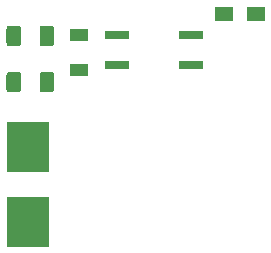
<source format=gbr>
G04 #@! TF.GenerationSoftware,KiCad,Pcbnew,(5.1.6)-1*
G04 #@! TF.CreationDate,2020-07-29T22:01:18+02:00*
G04 #@! TF.ProjectId,loftrelayRound,6c6f6674-7265-46c6-9179-526f756e642e,rev?*
G04 #@! TF.SameCoordinates,Original*
G04 #@! TF.FileFunction,Paste,Bot*
G04 #@! TF.FilePolarity,Positive*
%FSLAX46Y46*%
G04 Gerber Fmt 4.6, Leading zero omitted, Abs format (unit mm)*
G04 Created by KiCad (PCBNEW (5.1.6)-1) date 2020-07-29 22:01:18*
%MOMM*%
%LPD*%
G01*
G04 APERTURE LIST*
%ADD10R,1.500000X1.300000*%
%ADD11R,1.600000X1.000000*%
%ADD12R,2.000000X0.640000*%
%ADD13R,3.556000X4.191000*%
G04 APERTURE END LIST*
G36*
G01*
X129225000Y-100575000D02*
X129225000Y-101825000D01*
G75*
G02*
X128975000Y-102075000I-250000J0D01*
G01*
X128225000Y-102075000D01*
G75*
G02*
X127975000Y-101825000I0J250000D01*
G01*
X127975000Y-100575000D01*
G75*
G02*
X128225000Y-100325000I250000J0D01*
G01*
X128975000Y-100325000D01*
G75*
G02*
X129225000Y-100575000I0J-250000D01*
G01*
G37*
G36*
G01*
X132025000Y-100575000D02*
X132025000Y-101825000D01*
G75*
G02*
X131775000Y-102075000I-250000J0D01*
G01*
X131025000Y-102075000D01*
G75*
G02*
X130775000Y-101825000I0J250000D01*
G01*
X130775000Y-100575000D01*
G75*
G02*
X131025000Y-100325000I250000J0D01*
G01*
X131775000Y-100325000D01*
G75*
G02*
X132025000Y-100575000I0J-250000D01*
G01*
G37*
G36*
G01*
X129225000Y-104475000D02*
X129225000Y-105725000D01*
G75*
G02*
X128975000Y-105975000I-250000J0D01*
G01*
X128225000Y-105975000D01*
G75*
G02*
X127975000Y-105725000I0J250000D01*
G01*
X127975000Y-104475000D01*
G75*
G02*
X128225000Y-104225000I250000J0D01*
G01*
X128975000Y-104225000D01*
G75*
G02*
X129225000Y-104475000I0J-250000D01*
G01*
G37*
G36*
G01*
X132025000Y-104475000D02*
X132025000Y-105725000D01*
G75*
G02*
X131775000Y-105975000I-250000J0D01*
G01*
X131025000Y-105975000D01*
G75*
G02*
X130775000Y-105725000I0J250000D01*
G01*
X130775000Y-104475000D01*
G75*
G02*
X131025000Y-104225000I250000J0D01*
G01*
X131775000Y-104225000D01*
G75*
G02*
X132025000Y-104475000I0J-250000D01*
G01*
G37*
D10*
X149098000Y-99314000D03*
X146398000Y-99314000D03*
D11*
X134112000Y-101092000D03*
X134112000Y-104092000D03*
D12*
X143612000Y-103632000D03*
X143612000Y-101092000D03*
X137312000Y-101092000D03*
X137312000Y-103632000D03*
D13*
X129794000Y-110617000D03*
X129794000Y-116967000D03*
M02*

</source>
